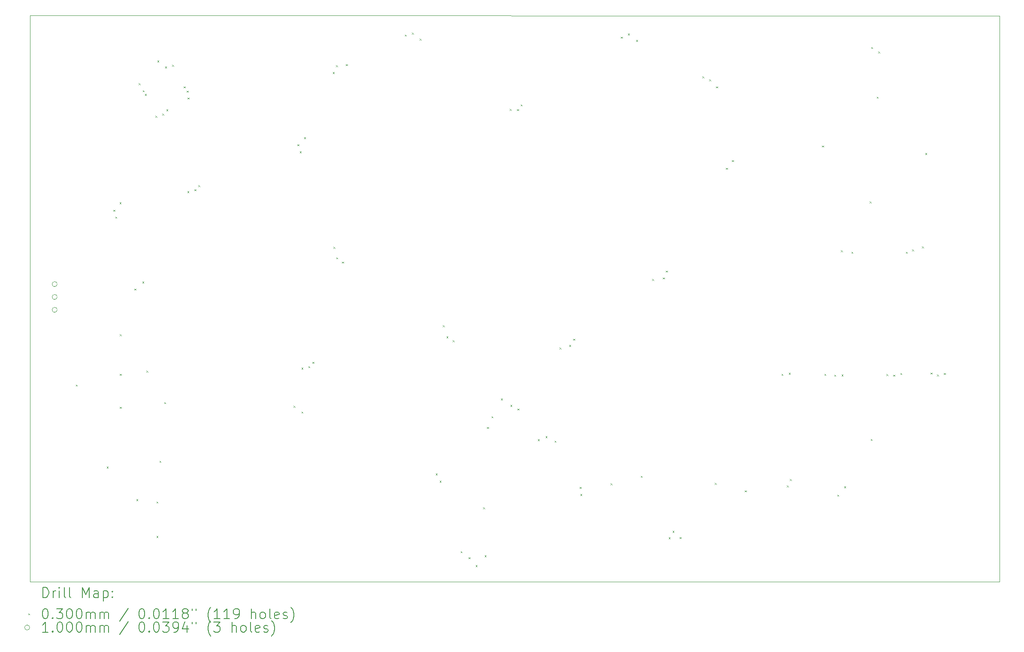
<source format=gbr>
%TF.GenerationSoftware,KiCad,Pcbnew,9.0.0*%
%TF.CreationDate,2025-03-31T16:50:09-07:00*%
%TF.ProjectId,proto-for-mfg,70726f74-6f2d-4666-9f72-2d6d66672e6b,rev?*%
%TF.SameCoordinates,Original*%
%TF.FileFunction,Drillmap*%
%TF.FilePolarity,Positive*%
%FSLAX45Y45*%
G04 Gerber Fmt 4.5, Leading zero omitted, Abs format (unit mm)*
G04 Created by KiCad (PCBNEW 9.0.0) date 2025-03-31 16:50:09*
%MOMM*%
%LPD*%
G01*
G04 APERTURE LIST*
%ADD10C,0.050000*%
%ADD11C,0.200000*%
%ADD12C,0.100000*%
G04 APERTURE END LIST*
D10*
X21392500Y-10045000D02*
X21392500Y-14985000D01*
X2256986Y-3798195D02*
X21392500Y-3802500D01*
X2256986Y-14985695D02*
X2256986Y-3798195D01*
X21392500Y-14985000D02*
X2256986Y-14985695D01*
X21392500Y-3802500D02*
X21392500Y-10045000D01*
D11*
D12*
X3164485Y-11090695D02*
X3194485Y-11120695D01*
X3194485Y-11090695D02*
X3164485Y-11120695D01*
X3774485Y-12710695D02*
X3804485Y-12740695D01*
X3804485Y-12710695D02*
X3774485Y-12740695D01*
X3904485Y-7635695D02*
X3934485Y-7665695D01*
X3934485Y-7635695D02*
X3904485Y-7665695D01*
X3941985Y-7773195D02*
X3971985Y-7803195D01*
X3971985Y-7773195D02*
X3941985Y-7803195D01*
X4029485Y-7488195D02*
X4059485Y-7518195D01*
X4059485Y-7488195D02*
X4029485Y-7518195D01*
X4031985Y-10095695D02*
X4061985Y-10125695D01*
X4061985Y-10095695D02*
X4031985Y-10125695D01*
X4031985Y-10880695D02*
X4061985Y-10910695D01*
X4061985Y-10880695D02*
X4031985Y-10910695D01*
X4031985Y-11530695D02*
X4061985Y-11560695D01*
X4061985Y-11530695D02*
X4031985Y-11560695D01*
X4319486Y-9193195D02*
X4349486Y-9223195D01*
X4349486Y-9193195D02*
X4319486Y-9223195D01*
X4359486Y-13355695D02*
X4389486Y-13385695D01*
X4389486Y-13355695D02*
X4359486Y-13385695D01*
X4404486Y-5133195D02*
X4434486Y-5163195D01*
X4434486Y-5133195D02*
X4404486Y-5163195D01*
X4476986Y-9055695D02*
X4506986Y-9085695D01*
X4506986Y-9055695D02*
X4476986Y-9085695D01*
X4484486Y-5273195D02*
X4514486Y-5303195D01*
X4514486Y-5273195D02*
X4484486Y-5303195D01*
X4526986Y-5348195D02*
X4556986Y-5378195D01*
X4556986Y-5348195D02*
X4526986Y-5378195D01*
X4556986Y-10815695D02*
X4586986Y-10845695D01*
X4586986Y-10815695D02*
X4556986Y-10845695D01*
X4736986Y-5778195D02*
X4766986Y-5808195D01*
X4766986Y-5778195D02*
X4736986Y-5808195D01*
X4754486Y-13403195D02*
X4784486Y-13433195D01*
X4784486Y-13403195D02*
X4754486Y-13433195D01*
X4754486Y-14085695D02*
X4784486Y-14115695D01*
X4784486Y-14085695D02*
X4754486Y-14115695D01*
X4774486Y-4688195D02*
X4804486Y-4718195D01*
X4804486Y-4688195D02*
X4774486Y-4718195D01*
X4814486Y-12598195D02*
X4844486Y-12628195D01*
X4844486Y-12598195D02*
X4814486Y-12628195D01*
X4871986Y-5735695D02*
X4901986Y-5765695D01*
X4901986Y-5735695D02*
X4871986Y-5765695D01*
X4909486Y-11438195D02*
X4939486Y-11468195D01*
X4939486Y-11438195D02*
X4909486Y-11468195D01*
X4926986Y-4803195D02*
X4956986Y-4833195D01*
X4956986Y-4803195D02*
X4926986Y-4833195D01*
X4949486Y-5650695D02*
X4979486Y-5680695D01*
X4979486Y-5650695D02*
X4949486Y-5680695D01*
X5064486Y-4773195D02*
X5094486Y-4803195D01*
X5094486Y-4773195D02*
X5064486Y-4803195D01*
X5294486Y-5198195D02*
X5324486Y-5228195D01*
X5324486Y-5198195D02*
X5294486Y-5228195D01*
X5354486Y-5283195D02*
X5384486Y-5313195D01*
X5384486Y-5283195D02*
X5354486Y-5313195D01*
X5364486Y-7268195D02*
X5394486Y-7298195D01*
X5394486Y-7268195D02*
X5364486Y-7298195D01*
X5369486Y-5418195D02*
X5399486Y-5448195D01*
X5399486Y-5418195D02*
X5369486Y-5448195D01*
X5506986Y-7230695D02*
X5536986Y-7260695D01*
X5536986Y-7230695D02*
X5506986Y-7260695D01*
X5581986Y-7148195D02*
X5611985Y-7178195D01*
X5611985Y-7148195D02*
X5581986Y-7178195D01*
X7461985Y-11510695D02*
X7491985Y-11540695D01*
X7491985Y-11510695D02*
X7461985Y-11540695D01*
X7537971Y-6341887D02*
X7567971Y-6371887D01*
X7567971Y-6341887D02*
X7537971Y-6371887D01*
X7584485Y-6480695D02*
X7614485Y-6510695D01*
X7614485Y-6480695D02*
X7584485Y-6510695D01*
X7619485Y-10755695D02*
X7649485Y-10785695D01*
X7649485Y-10755695D02*
X7619485Y-10785695D01*
X7619485Y-11623195D02*
X7649485Y-11653195D01*
X7649485Y-11623195D02*
X7619485Y-11653195D01*
X7666985Y-6200695D02*
X7696985Y-6230695D01*
X7696985Y-6200695D02*
X7666985Y-6230695D01*
X7754485Y-10725695D02*
X7784485Y-10755695D01*
X7784485Y-10725695D02*
X7754485Y-10755695D01*
X7831985Y-10640695D02*
X7861985Y-10670695D01*
X7861985Y-10640695D02*
X7831985Y-10670695D01*
X8234485Y-4915695D02*
X8264485Y-4945695D01*
X8264485Y-4915695D02*
X8234485Y-4945695D01*
X8246985Y-8368195D02*
X8276985Y-8398195D01*
X8276985Y-8368195D02*
X8246985Y-8398195D01*
X8297989Y-4778190D02*
X8327989Y-4808190D01*
X8327989Y-4778190D02*
X8297989Y-4808190D01*
X8304879Y-8575828D02*
X8334879Y-8605828D01*
X8334879Y-8575828D02*
X8304879Y-8605828D01*
X8416986Y-8660695D02*
X8446986Y-8690695D01*
X8446986Y-8660695D02*
X8416986Y-8690695D01*
X8494486Y-4758195D02*
X8524486Y-4788195D01*
X8524486Y-4758195D02*
X8494486Y-4788195D01*
X9659486Y-4173195D02*
X9689486Y-4203195D01*
X9689486Y-4173195D02*
X9659486Y-4203195D01*
X9798786Y-4133930D02*
X9828786Y-4163930D01*
X9828786Y-4133930D02*
X9798786Y-4163930D01*
X9949486Y-4255695D02*
X9979486Y-4285695D01*
X9979486Y-4255695D02*
X9949486Y-4285695D01*
X10269486Y-12848195D02*
X10299486Y-12878195D01*
X10299486Y-12848195D02*
X10269486Y-12878195D01*
X10344486Y-12990695D02*
X10374486Y-13020695D01*
X10374486Y-12990695D02*
X10344486Y-13020695D01*
X10406986Y-9918195D02*
X10436986Y-9948195D01*
X10436986Y-9918195D02*
X10406986Y-9948195D01*
X10481501Y-10137822D02*
X10511501Y-10167822D01*
X10511501Y-10137822D02*
X10481501Y-10167822D01*
X10601986Y-10215695D02*
X10631986Y-10245695D01*
X10631986Y-10215695D02*
X10601986Y-10245695D01*
X10759486Y-14383195D02*
X10789486Y-14413195D01*
X10789486Y-14383195D02*
X10759486Y-14413195D01*
X10914486Y-14503195D02*
X10944486Y-14533195D01*
X10944486Y-14503195D02*
X10914486Y-14533195D01*
X11054486Y-14660695D02*
X11084486Y-14690695D01*
X11084486Y-14660695D02*
X11054486Y-14690695D01*
X11204485Y-13515695D02*
X11234485Y-13545695D01*
X11234485Y-13515695D02*
X11204485Y-13545695D01*
X11234485Y-14463195D02*
X11264485Y-14493195D01*
X11264485Y-14463195D02*
X11234485Y-14493195D01*
X11281985Y-11928195D02*
X11311985Y-11958195D01*
X11311985Y-11928195D02*
X11281985Y-11958195D01*
X11369485Y-11718195D02*
X11399485Y-11748195D01*
X11399485Y-11718195D02*
X11369485Y-11748195D01*
X11554485Y-11365695D02*
X11584485Y-11395695D01*
X11584485Y-11365695D02*
X11554485Y-11395695D01*
X11729485Y-5643195D02*
X11759485Y-5673195D01*
X11759485Y-5643195D02*
X11729485Y-5673195D01*
X11739485Y-11495695D02*
X11769485Y-11525695D01*
X11769485Y-11495695D02*
X11739485Y-11525695D01*
X11871985Y-5645695D02*
X11901985Y-5675695D01*
X11901985Y-5645695D02*
X11871985Y-5675695D01*
X11881985Y-11565695D02*
X11911985Y-11595695D01*
X11911985Y-11565695D02*
X11881985Y-11595695D01*
X11944485Y-5553195D02*
X11974485Y-5583195D01*
X11974485Y-5553195D02*
X11944485Y-5583195D01*
X12284485Y-12170695D02*
X12314485Y-12200695D01*
X12314485Y-12170695D02*
X12284485Y-12200695D01*
X12434485Y-12110695D02*
X12464485Y-12140695D01*
X12464485Y-12110695D02*
X12434485Y-12140695D01*
X12611985Y-12200695D02*
X12641985Y-12230695D01*
X12641985Y-12200695D02*
X12611985Y-12230695D01*
X12711985Y-10358195D02*
X12741985Y-10388195D01*
X12741985Y-10358195D02*
X12711985Y-10388195D01*
X12901985Y-10308195D02*
X12931985Y-10338195D01*
X12931985Y-10308195D02*
X12901985Y-10338195D01*
X12981985Y-10185695D02*
X13011985Y-10215695D01*
X13011985Y-10185695D02*
X12981985Y-10215695D01*
X13106985Y-13115695D02*
X13136985Y-13145695D01*
X13136985Y-13115695D02*
X13106985Y-13145695D01*
X13121985Y-13253195D02*
X13151985Y-13283195D01*
X13151985Y-13253195D02*
X13121985Y-13283195D01*
X13716985Y-13043195D02*
X13746985Y-13073195D01*
X13746985Y-13043195D02*
X13716985Y-13073195D01*
X13919485Y-4218195D02*
X13949485Y-4248195D01*
X13949485Y-4218195D02*
X13919485Y-4248195D01*
X14059485Y-4153195D02*
X14089485Y-4183195D01*
X14089485Y-4153195D02*
X14059485Y-4183195D01*
X14221985Y-4278195D02*
X14251985Y-4308195D01*
X14251985Y-4278195D02*
X14221985Y-4308195D01*
X14314485Y-12895695D02*
X14344485Y-12925695D01*
X14344485Y-12895695D02*
X14314485Y-12925695D01*
X14539485Y-9003195D02*
X14569485Y-9033195D01*
X14569485Y-9003195D02*
X14539485Y-9033195D01*
X14751985Y-8975695D02*
X14781985Y-9005695D01*
X14781985Y-8975695D02*
X14751985Y-9005695D01*
X14811985Y-8838195D02*
X14841985Y-8868195D01*
X14841985Y-8838195D02*
X14811985Y-8868195D01*
X14866985Y-14108195D02*
X14896985Y-14138195D01*
X14896985Y-14108195D02*
X14866985Y-14138195D01*
X14941985Y-13983195D02*
X14971985Y-14013195D01*
X14971985Y-13983195D02*
X14941985Y-14013195D01*
X15079485Y-14105695D02*
X15109485Y-14135695D01*
X15109485Y-14105695D02*
X15079485Y-14135695D01*
X15529485Y-5000695D02*
X15559485Y-5030695D01*
X15559485Y-5000695D02*
X15529485Y-5030695D01*
X15666985Y-5058195D02*
X15696985Y-5088195D01*
X15696985Y-5058195D02*
X15666985Y-5088195D01*
X15776985Y-13033195D02*
X15806985Y-13063195D01*
X15806985Y-13033195D02*
X15776985Y-13063195D01*
X15801985Y-5198195D02*
X15831985Y-5228195D01*
X15831985Y-5198195D02*
X15801985Y-5228195D01*
X15996985Y-6808195D02*
X16026985Y-6838195D01*
X16026985Y-6808195D02*
X15996985Y-6838195D01*
X16114485Y-6655695D02*
X16144485Y-6685695D01*
X16144485Y-6655695D02*
X16114485Y-6685695D01*
X16366985Y-13180695D02*
X16396985Y-13210695D01*
X16396985Y-13180695D02*
X16366985Y-13210695D01*
X17091986Y-10880695D02*
X17121986Y-10910695D01*
X17121986Y-10880695D02*
X17091986Y-10910695D01*
X17199486Y-13083195D02*
X17229486Y-13113195D01*
X17229486Y-13083195D02*
X17199486Y-13113195D01*
X17234486Y-10858195D02*
X17264486Y-10888195D01*
X17264486Y-10858195D02*
X17234486Y-10888195D01*
X17256986Y-12958195D02*
X17286986Y-12988195D01*
X17286986Y-12958195D02*
X17256986Y-12988195D01*
X17891986Y-6368195D02*
X17921986Y-6398195D01*
X17921986Y-6368195D02*
X17891986Y-6398195D01*
X17936986Y-10878195D02*
X17966986Y-10908195D01*
X17966986Y-10878195D02*
X17936986Y-10908195D01*
X18134486Y-10895695D02*
X18164486Y-10925695D01*
X18164486Y-10895695D02*
X18134486Y-10925695D01*
X18194486Y-13268195D02*
X18224486Y-13298195D01*
X18224486Y-13268195D02*
X18194486Y-13298195D01*
X18264486Y-8438195D02*
X18294486Y-8468195D01*
X18294486Y-8438195D02*
X18264486Y-8468195D01*
X18276986Y-10890695D02*
X18306986Y-10920695D01*
X18306986Y-10890695D02*
X18276986Y-10920695D01*
X18329486Y-13103195D02*
X18359486Y-13133195D01*
X18359486Y-13103195D02*
X18329486Y-13133195D01*
X18471986Y-8465695D02*
X18501986Y-8495695D01*
X18501986Y-8465695D02*
X18471986Y-8495695D01*
X18831986Y-7470695D02*
X18861986Y-7500695D01*
X18861986Y-7470695D02*
X18831986Y-7500695D01*
X18851986Y-12165695D02*
X18881986Y-12195695D01*
X18881986Y-12165695D02*
X18851986Y-12195695D01*
X18861986Y-4418195D02*
X18891986Y-4448195D01*
X18891986Y-4418195D02*
X18861986Y-4448195D01*
X18971986Y-5403195D02*
X19001986Y-5433195D01*
X19001986Y-5403195D02*
X18971986Y-5433195D01*
X18999486Y-4508195D02*
X19029486Y-4538195D01*
X19029486Y-4508195D02*
X18999486Y-4538195D01*
X19161986Y-10883195D02*
X19191986Y-10913195D01*
X19191986Y-10883195D02*
X19161986Y-10913195D01*
X19296986Y-10898195D02*
X19326986Y-10928195D01*
X19326986Y-10898195D02*
X19296986Y-10928195D01*
X19436986Y-10863195D02*
X19466986Y-10893195D01*
X19466986Y-10863195D02*
X19436986Y-10893195D01*
X19549486Y-8465695D02*
X19579486Y-8495695D01*
X19579486Y-8465695D02*
X19549486Y-8495695D01*
X19669486Y-8418195D02*
X19699486Y-8448195D01*
X19699486Y-8418195D02*
X19669486Y-8448195D01*
X19866985Y-8360695D02*
X19896985Y-8390695D01*
X19896985Y-8360695D02*
X19866985Y-8390695D01*
X19929486Y-6513195D02*
X19959486Y-6543195D01*
X19959486Y-6513195D02*
X19929486Y-6543195D01*
X20034486Y-10853195D02*
X20064486Y-10883195D01*
X20064486Y-10853195D02*
X20034486Y-10883195D01*
X20159486Y-10890695D02*
X20189486Y-10920695D01*
X20189486Y-10890695D02*
X20159486Y-10920695D01*
X20296986Y-10863195D02*
X20326986Y-10893195D01*
X20326986Y-10863195D02*
X20296986Y-10893195D01*
X2796985Y-9105695D02*
G75*
G02*
X2696986Y-9105695I-50000J0D01*
G01*
X2696986Y-9105695D02*
G75*
G02*
X2796985Y-9105695I50000J0D01*
G01*
X2796985Y-9359695D02*
G75*
G02*
X2696986Y-9359695I-50000J0D01*
G01*
X2696986Y-9359695D02*
G75*
G02*
X2796985Y-9359695I50000J0D01*
G01*
X2796985Y-9613695D02*
G75*
G02*
X2696986Y-9613695I-50000J0D01*
G01*
X2696986Y-9613695D02*
G75*
G02*
X2796985Y-9613695I50000J0D01*
G01*
D11*
X2515262Y-15299678D02*
X2515262Y-15099678D01*
X2515262Y-15099678D02*
X2562881Y-15099678D01*
X2562881Y-15099678D02*
X2591453Y-15109202D01*
X2591453Y-15109202D02*
X2610500Y-15128250D01*
X2610500Y-15128250D02*
X2620024Y-15147297D01*
X2620024Y-15147297D02*
X2629548Y-15185393D01*
X2629548Y-15185393D02*
X2629548Y-15213964D01*
X2629548Y-15213964D02*
X2620024Y-15252059D01*
X2620024Y-15252059D02*
X2610500Y-15271107D01*
X2610500Y-15271107D02*
X2591453Y-15290155D01*
X2591453Y-15290155D02*
X2562881Y-15299678D01*
X2562881Y-15299678D02*
X2515262Y-15299678D01*
X2715262Y-15299678D02*
X2715262Y-15166345D01*
X2715262Y-15204440D02*
X2724786Y-15185393D01*
X2724786Y-15185393D02*
X2734310Y-15175869D01*
X2734310Y-15175869D02*
X2753358Y-15166345D01*
X2753358Y-15166345D02*
X2772405Y-15166345D01*
X2839072Y-15299678D02*
X2839072Y-15166345D01*
X2839072Y-15099678D02*
X2829548Y-15109202D01*
X2829548Y-15109202D02*
X2839072Y-15118726D01*
X2839072Y-15118726D02*
X2848596Y-15109202D01*
X2848596Y-15109202D02*
X2839072Y-15099678D01*
X2839072Y-15099678D02*
X2839072Y-15118726D01*
X2962881Y-15299678D02*
X2943834Y-15290155D01*
X2943834Y-15290155D02*
X2934310Y-15271107D01*
X2934310Y-15271107D02*
X2934310Y-15099678D01*
X3067643Y-15299678D02*
X3048596Y-15290155D01*
X3048596Y-15290155D02*
X3039072Y-15271107D01*
X3039072Y-15271107D02*
X3039072Y-15099678D01*
X3296215Y-15299678D02*
X3296215Y-15099678D01*
X3296215Y-15099678D02*
X3362881Y-15242536D01*
X3362881Y-15242536D02*
X3429548Y-15099678D01*
X3429548Y-15099678D02*
X3429548Y-15299678D01*
X3610500Y-15299678D02*
X3610500Y-15194917D01*
X3610500Y-15194917D02*
X3600977Y-15175869D01*
X3600977Y-15175869D02*
X3581929Y-15166345D01*
X3581929Y-15166345D02*
X3543834Y-15166345D01*
X3543834Y-15166345D02*
X3524786Y-15175869D01*
X3610500Y-15290155D02*
X3591453Y-15299678D01*
X3591453Y-15299678D02*
X3543834Y-15299678D01*
X3543834Y-15299678D02*
X3524786Y-15290155D01*
X3524786Y-15290155D02*
X3515262Y-15271107D01*
X3515262Y-15271107D02*
X3515262Y-15252059D01*
X3515262Y-15252059D02*
X3524786Y-15233012D01*
X3524786Y-15233012D02*
X3543834Y-15223488D01*
X3543834Y-15223488D02*
X3591453Y-15223488D01*
X3591453Y-15223488D02*
X3610500Y-15213964D01*
X3705738Y-15166345D02*
X3705738Y-15366345D01*
X3705738Y-15175869D02*
X3724786Y-15166345D01*
X3724786Y-15166345D02*
X3762881Y-15166345D01*
X3762881Y-15166345D02*
X3781929Y-15175869D01*
X3781929Y-15175869D02*
X3791453Y-15185393D01*
X3791453Y-15185393D02*
X3800977Y-15204440D01*
X3800977Y-15204440D02*
X3800977Y-15261583D01*
X3800977Y-15261583D02*
X3791453Y-15280631D01*
X3791453Y-15280631D02*
X3781929Y-15290155D01*
X3781929Y-15290155D02*
X3762881Y-15299678D01*
X3762881Y-15299678D02*
X3724786Y-15299678D01*
X3724786Y-15299678D02*
X3705738Y-15290155D01*
X3886691Y-15280631D02*
X3896215Y-15290155D01*
X3896215Y-15290155D02*
X3886691Y-15299678D01*
X3886691Y-15299678D02*
X3877167Y-15290155D01*
X3877167Y-15290155D02*
X3886691Y-15280631D01*
X3886691Y-15280631D02*
X3886691Y-15299678D01*
X3886691Y-15175869D02*
X3896215Y-15185393D01*
X3896215Y-15185393D02*
X3886691Y-15194917D01*
X3886691Y-15194917D02*
X3877167Y-15185393D01*
X3877167Y-15185393D02*
X3886691Y-15175869D01*
X3886691Y-15175869D02*
X3886691Y-15194917D01*
D12*
X2224486Y-15613195D02*
X2254486Y-15643195D01*
X2254486Y-15613195D02*
X2224486Y-15643195D01*
D11*
X2553358Y-15519678D02*
X2572405Y-15519678D01*
X2572405Y-15519678D02*
X2591453Y-15529202D01*
X2591453Y-15529202D02*
X2600977Y-15538726D01*
X2600977Y-15538726D02*
X2610500Y-15557774D01*
X2610500Y-15557774D02*
X2620024Y-15595869D01*
X2620024Y-15595869D02*
X2620024Y-15643488D01*
X2620024Y-15643488D02*
X2610500Y-15681583D01*
X2610500Y-15681583D02*
X2600977Y-15700631D01*
X2600977Y-15700631D02*
X2591453Y-15710155D01*
X2591453Y-15710155D02*
X2572405Y-15719678D01*
X2572405Y-15719678D02*
X2553358Y-15719678D01*
X2553358Y-15719678D02*
X2534310Y-15710155D01*
X2534310Y-15710155D02*
X2524786Y-15700631D01*
X2524786Y-15700631D02*
X2515262Y-15681583D01*
X2515262Y-15681583D02*
X2505739Y-15643488D01*
X2505739Y-15643488D02*
X2505739Y-15595869D01*
X2505739Y-15595869D02*
X2515262Y-15557774D01*
X2515262Y-15557774D02*
X2524786Y-15538726D01*
X2524786Y-15538726D02*
X2534310Y-15529202D01*
X2534310Y-15529202D02*
X2553358Y-15519678D01*
X2705739Y-15700631D02*
X2715262Y-15710155D01*
X2715262Y-15710155D02*
X2705739Y-15719678D01*
X2705739Y-15719678D02*
X2696215Y-15710155D01*
X2696215Y-15710155D02*
X2705739Y-15700631D01*
X2705739Y-15700631D02*
X2705739Y-15719678D01*
X2781929Y-15519678D02*
X2905738Y-15519678D01*
X2905738Y-15519678D02*
X2839072Y-15595869D01*
X2839072Y-15595869D02*
X2867643Y-15595869D01*
X2867643Y-15595869D02*
X2886691Y-15605393D01*
X2886691Y-15605393D02*
X2896215Y-15614917D01*
X2896215Y-15614917D02*
X2905738Y-15633964D01*
X2905738Y-15633964D02*
X2905738Y-15681583D01*
X2905738Y-15681583D02*
X2896215Y-15700631D01*
X2896215Y-15700631D02*
X2886691Y-15710155D01*
X2886691Y-15710155D02*
X2867643Y-15719678D01*
X2867643Y-15719678D02*
X2810500Y-15719678D01*
X2810500Y-15719678D02*
X2791453Y-15710155D01*
X2791453Y-15710155D02*
X2781929Y-15700631D01*
X3029548Y-15519678D02*
X3048596Y-15519678D01*
X3048596Y-15519678D02*
X3067643Y-15529202D01*
X3067643Y-15529202D02*
X3077167Y-15538726D01*
X3077167Y-15538726D02*
X3086691Y-15557774D01*
X3086691Y-15557774D02*
X3096215Y-15595869D01*
X3096215Y-15595869D02*
X3096215Y-15643488D01*
X3096215Y-15643488D02*
X3086691Y-15681583D01*
X3086691Y-15681583D02*
X3077167Y-15700631D01*
X3077167Y-15700631D02*
X3067643Y-15710155D01*
X3067643Y-15710155D02*
X3048596Y-15719678D01*
X3048596Y-15719678D02*
X3029548Y-15719678D01*
X3029548Y-15719678D02*
X3010500Y-15710155D01*
X3010500Y-15710155D02*
X3000977Y-15700631D01*
X3000977Y-15700631D02*
X2991453Y-15681583D01*
X2991453Y-15681583D02*
X2981929Y-15643488D01*
X2981929Y-15643488D02*
X2981929Y-15595869D01*
X2981929Y-15595869D02*
X2991453Y-15557774D01*
X2991453Y-15557774D02*
X3000977Y-15538726D01*
X3000977Y-15538726D02*
X3010500Y-15529202D01*
X3010500Y-15529202D02*
X3029548Y-15519678D01*
X3220024Y-15519678D02*
X3239072Y-15519678D01*
X3239072Y-15519678D02*
X3258119Y-15529202D01*
X3258119Y-15529202D02*
X3267643Y-15538726D01*
X3267643Y-15538726D02*
X3277167Y-15557774D01*
X3277167Y-15557774D02*
X3286691Y-15595869D01*
X3286691Y-15595869D02*
X3286691Y-15643488D01*
X3286691Y-15643488D02*
X3277167Y-15681583D01*
X3277167Y-15681583D02*
X3267643Y-15700631D01*
X3267643Y-15700631D02*
X3258119Y-15710155D01*
X3258119Y-15710155D02*
X3239072Y-15719678D01*
X3239072Y-15719678D02*
X3220024Y-15719678D01*
X3220024Y-15719678D02*
X3200977Y-15710155D01*
X3200977Y-15710155D02*
X3191453Y-15700631D01*
X3191453Y-15700631D02*
X3181929Y-15681583D01*
X3181929Y-15681583D02*
X3172405Y-15643488D01*
X3172405Y-15643488D02*
X3172405Y-15595869D01*
X3172405Y-15595869D02*
X3181929Y-15557774D01*
X3181929Y-15557774D02*
X3191453Y-15538726D01*
X3191453Y-15538726D02*
X3200977Y-15529202D01*
X3200977Y-15529202D02*
X3220024Y-15519678D01*
X3372405Y-15719678D02*
X3372405Y-15586345D01*
X3372405Y-15605393D02*
X3381929Y-15595869D01*
X3381929Y-15595869D02*
X3400977Y-15586345D01*
X3400977Y-15586345D02*
X3429548Y-15586345D01*
X3429548Y-15586345D02*
X3448596Y-15595869D01*
X3448596Y-15595869D02*
X3458119Y-15614917D01*
X3458119Y-15614917D02*
X3458119Y-15719678D01*
X3458119Y-15614917D02*
X3467643Y-15595869D01*
X3467643Y-15595869D02*
X3486691Y-15586345D01*
X3486691Y-15586345D02*
X3515262Y-15586345D01*
X3515262Y-15586345D02*
X3534310Y-15595869D01*
X3534310Y-15595869D02*
X3543834Y-15614917D01*
X3543834Y-15614917D02*
X3543834Y-15719678D01*
X3639072Y-15719678D02*
X3639072Y-15586345D01*
X3639072Y-15605393D02*
X3648596Y-15595869D01*
X3648596Y-15595869D02*
X3667643Y-15586345D01*
X3667643Y-15586345D02*
X3696215Y-15586345D01*
X3696215Y-15586345D02*
X3715262Y-15595869D01*
X3715262Y-15595869D02*
X3724786Y-15614917D01*
X3724786Y-15614917D02*
X3724786Y-15719678D01*
X3724786Y-15614917D02*
X3734310Y-15595869D01*
X3734310Y-15595869D02*
X3753358Y-15586345D01*
X3753358Y-15586345D02*
X3781929Y-15586345D01*
X3781929Y-15586345D02*
X3800977Y-15595869D01*
X3800977Y-15595869D02*
X3810500Y-15614917D01*
X3810500Y-15614917D02*
X3810500Y-15719678D01*
X4200977Y-15510155D02*
X4029548Y-15767297D01*
X4458120Y-15519678D02*
X4477167Y-15519678D01*
X4477167Y-15519678D02*
X4496215Y-15529202D01*
X4496215Y-15529202D02*
X4505739Y-15538726D01*
X4505739Y-15538726D02*
X4515263Y-15557774D01*
X4515263Y-15557774D02*
X4524786Y-15595869D01*
X4524786Y-15595869D02*
X4524786Y-15643488D01*
X4524786Y-15643488D02*
X4515263Y-15681583D01*
X4515263Y-15681583D02*
X4505739Y-15700631D01*
X4505739Y-15700631D02*
X4496215Y-15710155D01*
X4496215Y-15710155D02*
X4477167Y-15719678D01*
X4477167Y-15719678D02*
X4458120Y-15719678D01*
X4458120Y-15719678D02*
X4439072Y-15710155D01*
X4439072Y-15710155D02*
X4429548Y-15700631D01*
X4429548Y-15700631D02*
X4420024Y-15681583D01*
X4420024Y-15681583D02*
X4410501Y-15643488D01*
X4410501Y-15643488D02*
X4410501Y-15595869D01*
X4410501Y-15595869D02*
X4420024Y-15557774D01*
X4420024Y-15557774D02*
X4429548Y-15538726D01*
X4429548Y-15538726D02*
X4439072Y-15529202D01*
X4439072Y-15529202D02*
X4458120Y-15519678D01*
X4610501Y-15700631D02*
X4620024Y-15710155D01*
X4620024Y-15710155D02*
X4610501Y-15719678D01*
X4610501Y-15719678D02*
X4600977Y-15710155D01*
X4600977Y-15710155D02*
X4610501Y-15700631D01*
X4610501Y-15700631D02*
X4610501Y-15719678D01*
X4743834Y-15519678D02*
X4762882Y-15519678D01*
X4762882Y-15519678D02*
X4781929Y-15529202D01*
X4781929Y-15529202D02*
X4791453Y-15538726D01*
X4791453Y-15538726D02*
X4800977Y-15557774D01*
X4800977Y-15557774D02*
X4810501Y-15595869D01*
X4810501Y-15595869D02*
X4810501Y-15643488D01*
X4810501Y-15643488D02*
X4800977Y-15681583D01*
X4800977Y-15681583D02*
X4791453Y-15700631D01*
X4791453Y-15700631D02*
X4781929Y-15710155D01*
X4781929Y-15710155D02*
X4762882Y-15719678D01*
X4762882Y-15719678D02*
X4743834Y-15719678D01*
X4743834Y-15719678D02*
X4724786Y-15710155D01*
X4724786Y-15710155D02*
X4715263Y-15700631D01*
X4715263Y-15700631D02*
X4705739Y-15681583D01*
X4705739Y-15681583D02*
X4696215Y-15643488D01*
X4696215Y-15643488D02*
X4696215Y-15595869D01*
X4696215Y-15595869D02*
X4705739Y-15557774D01*
X4705739Y-15557774D02*
X4715263Y-15538726D01*
X4715263Y-15538726D02*
X4724786Y-15529202D01*
X4724786Y-15529202D02*
X4743834Y-15519678D01*
X5000977Y-15719678D02*
X4886691Y-15719678D01*
X4943834Y-15719678D02*
X4943834Y-15519678D01*
X4943834Y-15519678D02*
X4924786Y-15548250D01*
X4924786Y-15548250D02*
X4905739Y-15567297D01*
X4905739Y-15567297D02*
X4886691Y-15576821D01*
X5191453Y-15719678D02*
X5077167Y-15719678D01*
X5134310Y-15719678D02*
X5134310Y-15519678D01*
X5134310Y-15519678D02*
X5115263Y-15548250D01*
X5115263Y-15548250D02*
X5096215Y-15567297D01*
X5096215Y-15567297D02*
X5077167Y-15576821D01*
X5305739Y-15605393D02*
X5286691Y-15595869D01*
X5286691Y-15595869D02*
X5277167Y-15586345D01*
X5277167Y-15586345D02*
X5267644Y-15567297D01*
X5267644Y-15567297D02*
X5267644Y-15557774D01*
X5267644Y-15557774D02*
X5277167Y-15538726D01*
X5277167Y-15538726D02*
X5286691Y-15529202D01*
X5286691Y-15529202D02*
X5305739Y-15519678D01*
X5305739Y-15519678D02*
X5343834Y-15519678D01*
X5343834Y-15519678D02*
X5362882Y-15529202D01*
X5362882Y-15529202D02*
X5372405Y-15538726D01*
X5372405Y-15538726D02*
X5381929Y-15557774D01*
X5381929Y-15557774D02*
X5381929Y-15567297D01*
X5381929Y-15567297D02*
X5372405Y-15586345D01*
X5372405Y-15586345D02*
X5362882Y-15595869D01*
X5362882Y-15595869D02*
X5343834Y-15605393D01*
X5343834Y-15605393D02*
X5305739Y-15605393D01*
X5305739Y-15605393D02*
X5286691Y-15614917D01*
X5286691Y-15614917D02*
X5277167Y-15624440D01*
X5277167Y-15624440D02*
X5267644Y-15643488D01*
X5267644Y-15643488D02*
X5267644Y-15681583D01*
X5267644Y-15681583D02*
X5277167Y-15700631D01*
X5277167Y-15700631D02*
X5286691Y-15710155D01*
X5286691Y-15710155D02*
X5305739Y-15719678D01*
X5305739Y-15719678D02*
X5343834Y-15719678D01*
X5343834Y-15719678D02*
X5362882Y-15710155D01*
X5362882Y-15710155D02*
X5372405Y-15700631D01*
X5372405Y-15700631D02*
X5381929Y-15681583D01*
X5381929Y-15681583D02*
X5381929Y-15643488D01*
X5381929Y-15643488D02*
X5372405Y-15624440D01*
X5372405Y-15624440D02*
X5362882Y-15614917D01*
X5362882Y-15614917D02*
X5343834Y-15605393D01*
X5458120Y-15519678D02*
X5458120Y-15557774D01*
X5534310Y-15519678D02*
X5534310Y-15557774D01*
X5829548Y-15795869D02*
X5820024Y-15786345D01*
X5820024Y-15786345D02*
X5800977Y-15757774D01*
X5800977Y-15757774D02*
X5791453Y-15738726D01*
X5791453Y-15738726D02*
X5781929Y-15710155D01*
X5781929Y-15710155D02*
X5772405Y-15662536D01*
X5772405Y-15662536D02*
X5772405Y-15624440D01*
X5772405Y-15624440D02*
X5781929Y-15576821D01*
X5781929Y-15576821D02*
X5791453Y-15548250D01*
X5791453Y-15548250D02*
X5800977Y-15529202D01*
X5800977Y-15529202D02*
X5820024Y-15500631D01*
X5820024Y-15500631D02*
X5829548Y-15491107D01*
X6010501Y-15719678D02*
X5896215Y-15719678D01*
X5953358Y-15719678D02*
X5953358Y-15519678D01*
X5953358Y-15519678D02*
X5934310Y-15548250D01*
X5934310Y-15548250D02*
X5915263Y-15567297D01*
X5915263Y-15567297D02*
X5896215Y-15576821D01*
X6200977Y-15719678D02*
X6086691Y-15719678D01*
X6143834Y-15719678D02*
X6143834Y-15519678D01*
X6143834Y-15519678D02*
X6124786Y-15548250D01*
X6124786Y-15548250D02*
X6105739Y-15567297D01*
X6105739Y-15567297D02*
X6086691Y-15576821D01*
X6296215Y-15719678D02*
X6334310Y-15719678D01*
X6334310Y-15719678D02*
X6353358Y-15710155D01*
X6353358Y-15710155D02*
X6362882Y-15700631D01*
X6362882Y-15700631D02*
X6381929Y-15672059D01*
X6381929Y-15672059D02*
X6391453Y-15633964D01*
X6391453Y-15633964D02*
X6391453Y-15557774D01*
X6391453Y-15557774D02*
X6381929Y-15538726D01*
X6381929Y-15538726D02*
X6372405Y-15529202D01*
X6372405Y-15529202D02*
X6353358Y-15519678D01*
X6353358Y-15519678D02*
X6315263Y-15519678D01*
X6315263Y-15519678D02*
X6296215Y-15529202D01*
X6296215Y-15529202D02*
X6286691Y-15538726D01*
X6286691Y-15538726D02*
X6277167Y-15557774D01*
X6277167Y-15557774D02*
X6277167Y-15605393D01*
X6277167Y-15605393D02*
X6286691Y-15624440D01*
X6286691Y-15624440D02*
X6296215Y-15633964D01*
X6296215Y-15633964D02*
X6315263Y-15643488D01*
X6315263Y-15643488D02*
X6353358Y-15643488D01*
X6353358Y-15643488D02*
X6372405Y-15633964D01*
X6372405Y-15633964D02*
X6381929Y-15624440D01*
X6381929Y-15624440D02*
X6391453Y-15605393D01*
X6629548Y-15719678D02*
X6629548Y-15519678D01*
X6715263Y-15719678D02*
X6715263Y-15614917D01*
X6715263Y-15614917D02*
X6705739Y-15595869D01*
X6705739Y-15595869D02*
X6686691Y-15586345D01*
X6686691Y-15586345D02*
X6658120Y-15586345D01*
X6658120Y-15586345D02*
X6639072Y-15595869D01*
X6639072Y-15595869D02*
X6629548Y-15605393D01*
X6839072Y-15719678D02*
X6820025Y-15710155D01*
X6820025Y-15710155D02*
X6810501Y-15700631D01*
X6810501Y-15700631D02*
X6800977Y-15681583D01*
X6800977Y-15681583D02*
X6800977Y-15624440D01*
X6800977Y-15624440D02*
X6810501Y-15605393D01*
X6810501Y-15605393D02*
X6820025Y-15595869D01*
X6820025Y-15595869D02*
X6839072Y-15586345D01*
X6839072Y-15586345D02*
X6867644Y-15586345D01*
X6867644Y-15586345D02*
X6886691Y-15595869D01*
X6886691Y-15595869D02*
X6896215Y-15605393D01*
X6896215Y-15605393D02*
X6905739Y-15624440D01*
X6905739Y-15624440D02*
X6905739Y-15681583D01*
X6905739Y-15681583D02*
X6896215Y-15700631D01*
X6896215Y-15700631D02*
X6886691Y-15710155D01*
X6886691Y-15710155D02*
X6867644Y-15719678D01*
X6867644Y-15719678D02*
X6839072Y-15719678D01*
X7020025Y-15719678D02*
X7000977Y-15710155D01*
X7000977Y-15710155D02*
X6991453Y-15691107D01*
X6991453Y-15691107D02*
X6991453Y-15519678D01*
X7172406Y-15710155D02*
X7153358Y-15719678D01*
X7153358Y-15719678D02*
X7115263Y-15719678D01*
X7115263Y-15719678D02*
X7096215Y-15710155D01*
X7096215Y-15710155D02*
X7086691Y-15691107D01*
X7086691Y-15691107D02*
X7086691Y-15614917D01*
X7086691Y-15614917D02*
X7096215Y-15595869D01*
X7096215Y-15595869D02*
X7115263Y-15586345D01*
X7115263Y-15586345D02*
X7153358Y-15586345D01*
X7153358Y-15586345D02*
X7172406Y-15595869D01*
X7172406Y-15595869D02*
X7181929Y-15614917D01*
X7181929Y-15614917D02*
X7181929Y-15633964D01*
X7181929Y-15633964D02*
X7086691Y-15653012D01*
X7258120Y-15710155D02*
X7277167Y-15719678D01*
X7277167Y-15719678D02*
X7315263Y-15719678D01*
X7315263Y-15719678D02*
X7334310Y-15710155D01*
X7334310Y-15710155D02*
X7343834Y-15691107D01*
X7343834Y-15691107D02*
X7343834Y-15681583D01*
X7343834Y-15681583D02*
X7334310Y-15662536D01*
X7334310Y-15662536D02*
X7315263Y-15653012D01*
X7315263Y-15653012D02*
X7286691Y-15653012D01*
X7286691Y-15653012D02*
X7267644Y-15643488D01*
X7267644Y-15643488D02*
X7258120Y-15624440D01*
X7258120Y-15624440D02*
X7258120Y-15614917D01*
X7258120Y-15614917D02*
X7267644Y-15595869D01*
X7267644Y-15595869D02*
X7286691Y-15586345D01*
X7286691Y-15586345D02*
X7315263Y-15586345D01*
X7315263Y-15586345D02*
X7334310Y-15595869D01*
X7410501Y-15795869D02*
X7420025Y-15786345D01*
X7420025Y-15786345D02*
X7439072Y-15757774D01*
X7439072Y-15757774D02*
X7448596Y-15738726D01*
X7448596Y-15738726D02*
X7458120Y-15710155D01*
X7458120Y-15710155D02*
X7467644Y-15662536D01*
X7467644Y-15662536D02*
X7467644Y-15624440D01*
X7467644Y-15624440D02*
X7458120Y-15576821D01*
X7458120Y-15576821D02*
X7448596Y-15548250D01*
X7448596Y-15548250D02*
X7439072Y-15529202D01*
X7439072Y-15529202D02*
X7420025Y-15500631D01*
X7420025Y-15500631D02*
X7410501Y-15491107D01*
D12*
X2254486Y-15892195D02*
G75*
G02*
X2154486Y-15892195I-50000J0D01*
G01*
X2154486Y-15892195D02*
G75*
G02*
X2254486Y-15892195I50000J0D01*
G01*
D11*
X2620024Y-15983678D02*
X2505739Y-15983678D01*
X2562881Y-15983678D02*
X2562881Y-15783678D01*
X2562881Y-15783678D02*
X2543834Y-15812250D01*
X2543834Y-15812250D02*
X2524786Y-15831297D01*
X2524786Y-15831297D02*
X2505739Y-15840821D01*
X2705739Y-15964631D02*
X2715262Y-15974155D01*
X2715262Y-15974155D02*
X2705739Y-15983678D01*
X2705739Y-15983678D02*
X2696215Y-15974155D01*
X2696215Y-15974155D02*
X2705739Y-15964631D01*
X2705739Y-15964631D02*
X2705739Y-15983678D01*
X2839072Y-15783678D02*
X2858119Y-15783678D01*
X2858119Y-15783678D02*
X2877167Y-15793202D01*
X2877167Y-15793202D02*
X2886691Y-15802726D01*
X2886691Y-15802726D02*
X2896215Y-15821774D01*
X2896215Y-15821774D02*
X2905738Y-15859869D01*
X2905738Y-15859869D02*
X2905738Y-15907488D01*
X2905738Y-15907488D02*
X2896215Y-15945583D01*
X2896215Y-15945583D02*
X2886691Y-15964631D01*
X2886691Y-15964631D02*
X2877167Y-15974155D01*
X2877167Y-15974155D02*
X2858119Y-15983678D01*
X2858119Y-15983678D02*
X2839072Y-15983678D01*
X2839072Y-15983678D02*
X2820024Y-15974155D01*
X2820024Y-15974155D02*
X2810500Y-15964631D01*
X2810500Y-15964631D02*
X2800977Y-15945583D01*
X2800977Y-15945583D02*
X2791453Y-15907488D01*
X2791453Y-15907488D02*
X2791453Y-15859869D01*
X2791453Y-15859869D02*
X2800977Y-15821774D01*
X2800977Y-15821774D02*
X2810500Y-15802726D01*
X2810500Y-15802726D02*
X2820024Y-15793202D01*
X2820024Y-15793202D02*
X2839072Y-15783678D01*
X3029548Y-15783678D02*
X3048596Y-15783678D01*
X3048596Y-15783678D02*
X3067643Y-15793202D01*
X3067643Y-15793202D02*
X3077167Y-15802726D01*
X3077167Y-15802726D02*
X3086691Y-15821774D01*
X3086691Y-15821774D02*
X3096215Y-15859869D01*
X3096215Y-15859869D02*
X3096215Y-15907488D01*
X3096215Y-15907488D02*
X3086691Y-15945583D01*
X3086691Y-15945583D02*
X3077167Y-15964631D01*
X3077167Y-15964631D02*
X3067643Y-15974155D01*
X3067643Y-15974155D02*
X3048596Y-15983678D01*
X3048596Y-15983678D02*
X3029548Y-15983678D01*
X3029548Y-15983678D02*
X3010500Y-15974155D01*
X3010500Y-15974155D02*
X3000977Y-15964631D01*
X3000977Y-15964631D02*
X2991453Y-15945583D01*
X2991453Y-15945583D02*
X2981929Y-15907488D01*
X2981929Y-15907488D02*
X2981929Y-15859869D01*
X2981929Y-15859869D02*
X2991453Y-15821774D01*
X2991453Y-15821774D02*
X3000977Y-15802726D01*
X3000977Y-15802726D02*
X3010500Y-15793202D01*
X3010500Y-15793202D02*
X3029548Y-15783678D01*
X3220024Y-15783678D02*
X3239072Y-15783678D01*
X3239072Y-15783678D02*
X3258119Y-15793202D01*
X3258119Y-15793202D02*
X3267643Y-15802726D01*
X3267643Y-15802726D02*
X3277167Y-15821774D01*
X3277167Y-15821774D02*
X3286691Y-15859869D01*
X3286691Y-15859869D02*
X3286691Y-15907488D01*
X3286691Y-15907488D02*
X3277167Y-15945583D01*
X3277167Y-15945583D02*
X3267643Y-15964631D01*
X3267643Y-15964631D02*
X3258119Y-15974155D01*
X3258119Y-15974155D02*
X3239072Y-15983678D01*
X3239072Y-15983678D02*
X3220024Y-15983678D01*
X3220024Y-15983678D02*
X3200977Y-15974155D01*
X3200977Y-15974155D02*
X3191453Y-15964631D01*
X3191453Y-15964631D02*
X3181929Y-15945583D01*
X3181929Y-15945583D02*
X3172405Y-15907488D01*
X3172405Y-15907488D02*
X3172405Y-15859869D01*
X3172405Y-15859869D02*
X3181929Y-15821774D01*
X3181929Y-15821774D02*
X3191453Y-15802726D01*
X3191453Y-15802726D02*
X3200977Y-15793202D01*
X3200977Y-15793202D02*
X3220024Y-15783678D01*
X3372405Y-15983678D02*
X3372405Y-15850345D01*
X3372405Y-15869393D02*
X3381929Y-15859869D01*
X3381929Y-15859869D02*
X3400977Y-15850345D01*
X3400977Y-15850345D02*
X3429548Y-15850345D01*
X3429548Y-15850345D02*
X3448596Y-15859869D01*
X3448596Y-15859869D02*
X3458119Y-15878917D01*
X3458119Y-15878917D02*
X3458119Y-15983678D01*
X3458119Y-15878917D02*
X3467643Y-15859869D01*
X3467643Y-15859869D02*
X3486691Y-15850345D01*
X3486691Y-15850345D02*
X3515262Y-15850345D01*
X3515262Y-15850345D02*
X3534310Y-15859869D01*
X3534310Y-15859869D02*
X3543834Y-15878917D01*
X3543834Y-15878917D02*
X3543834Y-15983678D01*
X3639072Y-15983678D02*
X3639072Y-15850345D01*
X3639072Y-15869393D02*
X3648596Y-15859869D01*
X3648596Y-15859869D02*
X3667643Y-15850345D01*
X3667643Y-15850345D02*
X3696215Y-15850345D01*
X3696215Y-15850345D02*
X3715262Y-15859869D01*
X3715262Y-15859869D02*
X3724786Y-15878917D01*
X3724786Y-15878917D02*
X3724786Y-15983678D01*
X3724786Y-15878917D02*
X3734310Y-15859869D01*
X3734310Y-15859869D02*
X3753358Y-15850345D01*
X3753358Y-15850345D02*
X3781929Y-15850345D01*
X3781929Y-15850345D02*
X3800977Y-15859869D01*
X3800977Y-15859869D02*
X3810500Y-15878917D01*
X3810500Y-15878917D02*
X3810500Y-15983678D01*
X4200977Y-15774155D02*
X4029548Y-16031297D01*
X4458120Y-15783678D02*
X4477167Y-15783678D01*
X4477167Y-15783678D02*
X4496215Y-15793202D01*
X4496215Y-15793202D02*
X4505739Y-15802726D01*
X4505739Y-15802726D02*
X4515263Y-15821774D01*
X4515263Y-15821774D02*
X4524786Y-15859869D01*
X4524786Y-15859869D02*
X4524786Y-15907488D01*
X4524786Y-15907488D02*
X4515263Y-15945583D01*
X4515263Y-15945583D02*
X4505739Y-15964631D01*
X4505739Y-15964631D02*
X4496215Y-15974155D01*
X4496215Y-15974155D02*
X4477167Y-15983678D01*
X4477167Y-15983678D02*
X4458120Y-15983678D01*
X4458120Y-15983678D02*
X4439072Y-15974155D01*
X4439072Y-15974155D02*
X4429548Y-15964631D01*
X4429548Y-15964631D02*
X4420024Y-15945583D01*
X4420024Y-15945583D02*
X4410501Y-15907488D01*
X4410501Y-15907488D02*
X4410501Y-15859869D01*
X4410501Y-15859869D02*
X4420024Y-15821774D01*
X4420024Y-15821774D02*
X4429548Y-15802726D01*
X4429548Y-15802726D02*
X4439072Y-15793202D01*
X4439072Y-15793202D02*
X4458120Y-15783678D01*
X4610501Y-15964631D02*
X4620024Y-15974155D01*
X4620024Y-15974155D02*
X4610501Y-15983678D01*
X4610501Y-15983678D02*
X4600977Y-15974155D01*
X4600977Y-15974155D02*
X4610501Y-15964631D01*
X4610501Y-15964631D02*
X4610501Y-15983678D01*
X4743834Y-15783678D02*
X4762882Y-15783678D01*
X4762882Y-15783678D02*
X4781929Y-15793202D01*
X4781929Y-15793202D02*
X4791453Y-15802726D01*
X4791453Y-15802726D02*
X4800977Y-15821774D01*
X4800977Y-15821774D02*
X4810501Y-15859869D01*
X4810501Y-15859869D02*
X4810501Y-15907488D01*
X4810501Y-15907488D02*
X4800977Y-15945583D01*
X4800977Y-15945583D02*
X4791453Y-15964631D01*
X4791453Y-15964631D02*
X4781929Y-15974155D01*
X4781929Y-15974155D02*
X4762882Y-15983678D01*
X4762882Y-15983678D02*
X4743834Y-15983678D01*
X4743834Y-15983678D02*
X4724786Y-15974155D01*
X4724786Y-15974155D02*
X4715263Y-15964631D01*
X4715263Y-15964631D02*
X4705739Y-15945583D01*
X4705739Y-15945583D02*
X4696215Y-15907488D01*
X4696215Y-15907488D02*
X4696215Y-15859869D01*
X4696215Y-15859869D02*
X4705739Y-15821774D01*
X4705739Y-15821774D02*
X4715263Y-15802726D01*
X4715263Y-15802726D02*
X4724786Y-15793202D01*
X4724786Y-15793202D02*
X4743834Y-15783678D01*
X4877167Y-15783678D02*
X5000977Y-15783678D01*
X5000977Y-15783678D02*
X4934310Y-15859869D01*
X4934310Y-15859869D02*
X4962882Y-15859869D01*
X4962882Y-15859869D02*
X4981929Y-15869393D01*
X4981929Y-15869393D02*
X4991453Y-15878917D01*
X4991453Y-15878917D02*
X5000977Y-15897964D01*
X5000977Y-15897964D02*
X5000977Y-15945583D01*
X5000977Y-15945583D02*
X4991453Y-15964631D01*
X4991453Y-15964631D02*
X4981929Y-15974155D01*
X4981929Y-15974155D02*
X4962882Y-15983678D01*
X4962882Y-15983678D02*
X4905739Y-15983678D01*
X4905739Y-15983678D02*
X4886691Y-15974155D01*
X4886691Y-15974155D02*
X4877167Y-15964631D01*
X5096215Y-15983678D02*
X5134310Y-15983678D01*
X5134310Y-15983678D02*
X5153358Y-15974155D01*
X5153358Y-15974155D02*
X5162882Y-15964631D01*
X5162882Y-15964631D02*
X5181929Y-15936059D01*
X5181929Y-15936059D02*
X5191453Y-15897964D01*
X5191453Y-15897964D02*
X5191453Y-15821774D01*
X5191453Y-15821774D02*
X5181929Y-15802726D01*
X5181929Y-15802726D02*
X5172405Y-15793202D01*
X5172405Y-15793202D02*
X5153358Y-15783678D01*
X5153358Y-15783678D02*
X5115263Y-15783678D01*
X5115263Y-15783678D02*
X5096215Y-15793202D01*
X5096215Y-15793202D02*
X5086691Y-15802726D01*
X5086691Y-15802726D02*
X5077167Y-15821774D01*
X5077167Y-15821774D02*
X5077167Y-15869393D01*
X5077167Y-15869393D02*
X5086691Y-15888440D01*
X5086691Y-15888440D02*
X5096215Y-15897964D01*
X5096215Y-15897964D02*
X5115263Y-15907488D01*
X5115263Y-15907488D02*
X5153358Y-15907488D01*
X5153358Y-15907488D02*
X5172405Y-15897964D01*
X5172405Y-15897964D02*
X5181929Y-15888440D01*
X5181929Y-15888440D02*
X5191453Y-15869393D01*
X5362882Y-15850345D02*
X5362882Y-15983678D01*
X5315263Y-15774155D02*
X5267644Y-15917012D01*
X5267644Y-15917012D02*
X5391453Y-15917012D01*
X5458120Y-15783678D02*
X5458120Y-15821774D01*
X5534310Y-15783678D02*
X5534310Y-15821774D01*
X5829548Y-16059869D02*
X5820024Y-16050345D01*
X5820024Y-16050345D02*
X5800977Y-16021774D01*
X5800977Y-16021774D02*
X5791453Y-16002726D01*
X5791453Y-16002726D02*
X5781929Y-15974155D01*
X5781929Y-15974155D02*
X5772405Y-15926536D01*
X5772405Y-15926536D02*
X5772405Y-15888440D01*
X5772405Y-15888440D02*
X5781929Y-15840821D01*
X5781929Y-15840821D02*
X5791453Y-15812250D01*
X5791453Y-15812250D02*
X5800977Y-15793202D01*
X5800977Y-15793202D02*
X5820024Y-15764631D01*
X5820024Y-15764631D02*
X5829548Y-15755107D01*
X5886691Y-15783678D02*
X6010501Y-15783678D01*
X6010501Y-15783678D02*
X5943834Y-15859869D01*
X5943834Y-15859869D02*
X5972405Y-15859869D01*
X5972405Y-15859869D02*
X5991453Y-15869393D01*
X5991453Y-15869393D02*
X6000977Y-15878917D01*
X6000977Y-15878917D02*
X6010501Y-15897964D01*
X6010501Y-15897964D02*
X6010501Y-15945583D01*
X6010501Y-15945583D02*
X6000977Y-15964631D01*
X6000977Y-15964631D02*
X5991453Y-15974155D01*
X5991453Y-15974155D02*
X5972405Y-15983678D01*
X5972405Y-15983678D02*
X5915263Y-15983678D01*
X5915263Y-15983678D02*
X5896215Y-15974155D01*
X5896215Y-15974155D02*
X5886691Y-15964631D01*
X6248596Y-15983678D02*
X6248596Y-15783678D01*
X6334310Y-15983678D02*
X6334310Y-15878917D01*
X6334310Y-15878917D02*
X6324786Y-15859869D01*
X6324786Y-15859869D02*
X6305739Y-15850345D01*
X6305739Y-15850345D02*
X6277167Y-15850345D01*
X6277167Y-15850345D02*
X6258120Y-15859869D01*
X6258120Y-15859869D02*
X6248596Y-15869393D01*
X6458120Y-15983678D02*
X6439072Y-15974155D01*
X6439072Y-15974155D02*
X6429548Y-15964631D01*
X6429548Y-15964631D02*
X6420025Y-15945583D01*
X6420025Y-15945583D02*
X6420025Y-15888440D01*
X6420025Y-15888440D02*
X6429548Y-15869393D01*
X6429548Y-15869393D02*
X6439072Y-15859869D01*
X6439072Y-15859869D02*
X6458120Y-15850345D01*
X6458120Y-15850345D02*
X6486691Y-15850345D01*
X6486691Y-15850345D02*
X6505739Y-15859869D01*
X6505739Y-15859869D02*
X6515263Y-15869393D01*
X6515263Y-15869393D02*
X6524786Y-15888440D01*
X6524786Y-15888440D02*
X6524786Y-15945583D01*
X6524786Y-15945583D02*
X6515263Y-15964631D01*
X6515263Y-15964631D02*
X6505739Y-15974155D01*
X6505739Y-15974155D02*
X6486691Y-15983678D01*
X6486691Y-15983678D02*
X6458120Y-15983678D01*
X6639072Y-15983678D02*
X6620025Y-15974155D01*
X6620025Y-15974155D02*
X6610501Y-15955107D01*
X6610501Y-15955107D02*
X6610501Y-15783678D01*
X6791453Y-15974155D02*
X6772406Y-15983678D01*
X6772406Y-15983678D02*
X6734310Y-15983678D01*
X6734310Y-15983678D02*
X6715263Y-15974155D01*
X6715263Y-15974155D02*
X6705739Y-15955107D01*
X6705739Y-15955107D02*
X6705739Y-15878917D01*
X6705739Y-15878917D02*
X6715263Y-15859869D01*
X6715263Y-15859869D02*
X6734310Y-15850345D01*
X6734310Y-15850345D02*
X6772406Y-15850345D01*
X6772406Y-15850345D02*
X6791453Y-15859869D01*
X6791453Y-15859869D02*
X6800977Y-15878917D01*
X6800977Y-15878917D02*
X6800977Y-15897964D01*
X6800977Y-15897964D02*
X6705739Y-15917012D01*
X6877167Y-15974155D02*
X6896215Y-15983678D01*
X6896215Y-15983678D02*
X6934310Y-15983678D01*
X6934310Y-15983678D02*
X6953358Y-15974155D01*
X6953358Y-15974155D02*
X6962882Y-15955107D01*
X6962882Y-15955107D02*
X6962882Y-15945583D01*
X6962882Y-15945583D02*
X6953358Y-15926536D01*
X6953358Y-15926536D02*
X6934310Y-15917012D01*
X6934310Y-15917012D02*
X6905739Y-15917012D01*
X6905739Y-15917012D02*
X6886691Y-15907488D01*
X6886691Y-15907488D02*
X6877167Y-15888440D01*
X6877167Y-15888440D02*
X6877167Y-15878917D01*
X6877167Y-15878917D02*
X6886691Y-15859869D01*
X6886691Y-15859869D02*
X6905739Y-15850345D01*
X6905739Y-15850345D02*
X6934310Y-15850345D01*
X6934310Y-15850345D02*
X6953358Y-15859869D01*
X7029548Y-16059869D02*
X7039072Y-16050345D01*
X7039072Y-16050345D02*
X7058120Y-16021774D01*
X7058120Y-16021774D02*
X7067644Y-16002726D01*
X7067644Y-16002726D02*
X7077167Y-15974155D01*
X7077167Y-15974155D02*
X7086691Y-15926536D01*
X7086691Y-15926536D02*
X7086691Y-15888440D01*
X7086691Y-15888440D02*
X7077167Y-15840821D01*
X7077167Y-15840821D02*
X7067644Y-15812250D01*
X7067644Y-15812250D02*
X7058120Y-15793202D01*
X7058120Y-15793202D02*
X7039072Y-15764631D01*
X7039072Y-15764631D02*
X7029548Y-15755107D01*
M02*

</source>
